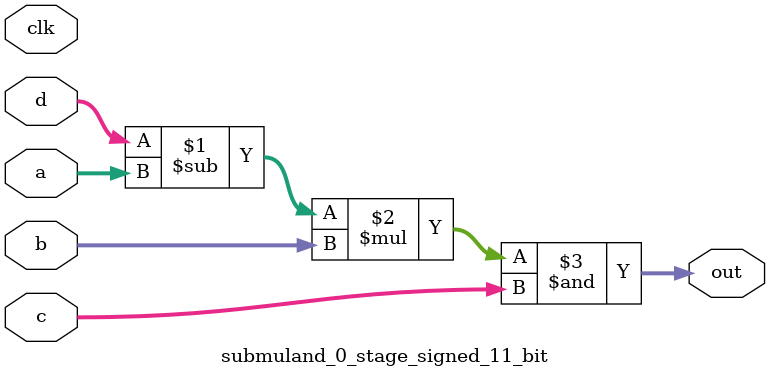
<source format=sv>
(* use_dsp = "yes" *) module submuland_0_stage_signed_11_bit(
	input signed [10:0] a,
	input signed [10:0] b,
	input signed [10:0] c,
	input signed [10:0] d,
	output [10:0] out,
	input clk);

	assign out = ((d - a) * b) & c;
endmodule

</source>
